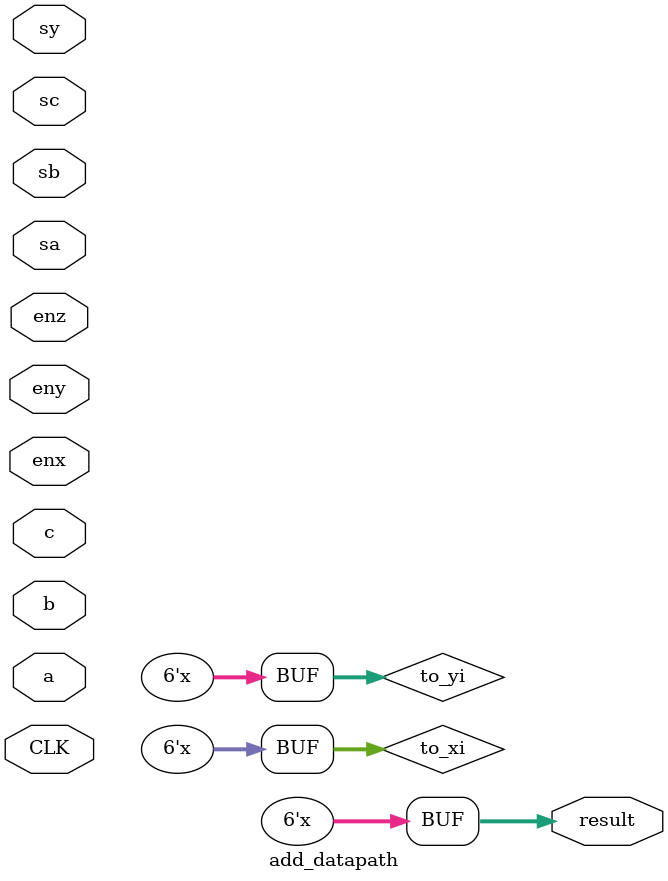
<source format=v>
module add_datapath(
	input	[5:0] a,
	input	[5:0] b,
	input	[5:0] c,
	input CLK,
	input enx,
	input eny,
	input enz,
	input sa,
	input sb,
	input sc,
	input sy,
	output reg [5:0] result
);


reg [5:0] xi;
reg [5:0] yi;
reg [5:0] zi;
reg [5:0] to_xi;
reg [5:0] to_yi;
reg [5:0] to_zi;


reg [5:0] add_res;
reg [5:0] to_addA;
reg [5:0] to_addB;
reg [5:0] to_addC;

//Define Datapath Registers
always @(posedge CLK)
	begin
		if(enx)
			xi <= to_xi;
		if(eny)
			yi <= to_yi;
		if(enz)
			zi <= to_zi;
	end


//Combinational Datapath	
always @(*)
	begin
	//********MUXes**********
		//MUX_A
		if(sa)
			to_addA = a;
		else
			to_addA = xi;
		
		//MUX_YI
		if(sb)
			to_addB = b;
		else if(sy)
			to_addB = yi;
		else
			to_addB = 6'd3;
		//////////////////////////////////////////////////Z=Y+B 
		
		//MUX_SUB
		if(enx)
			to_xi = add_res;		
		else if(eny)
			to_yi = add_res;
		else
			result = add_res;
			
		//*******ARITH COMPONENTS**********
		add_res 	= to_addA + to_addB + to_addC;	
		

		
	end
	


endmodule 
</source>
